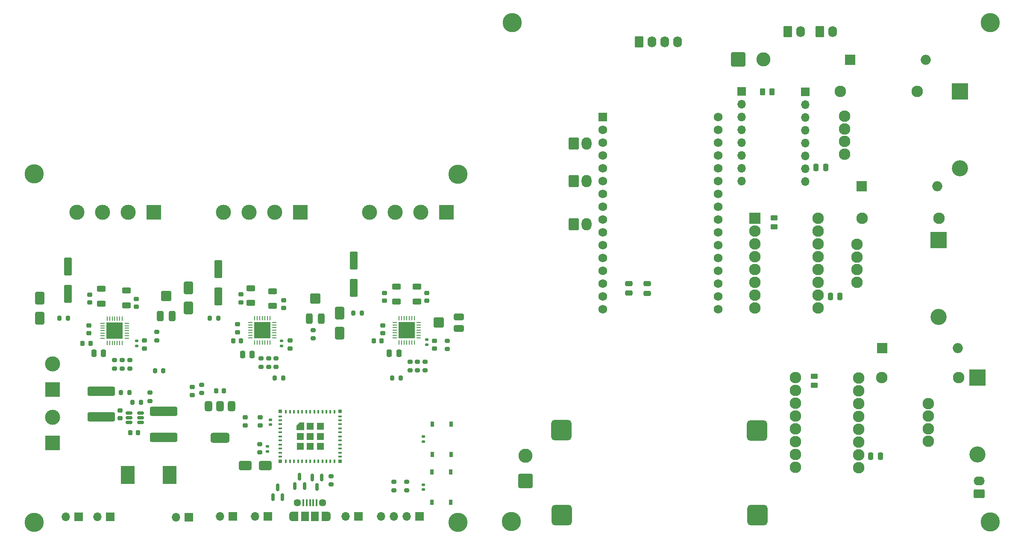
<source format=gbr>
%TF.GenerationSoftware,KiCad,Pcbnew,9.0.0*%
%TF.CreationDate,2025-05-09T16:43:10-07:00*%
%TF.ProjectId,Motor_Controller_Board_v1,4d6f746f-725f-4436-9f6e-74726f6c6c65,v1*%
%TF.SameCoordinates,Original*%
%TF.FileFunction,Soldermask,Top*%
%TF.FilePolarity,Negative*%
%FSLAX46Y46*%
G04 Gerber Fmt 4.6, Leading zero omitted, Abs format (unit mm)*
G04 Created by KiCad (PCBNEW 9.0.0) date 2025-05-09 16:43:10*
%MOMM*%
%LPD*%
G01*
G04 APERTURE LIST*
G04 Aperture macros list*
%AMRoundRect*
0 Rectangle with rounded corners*
0 $1 Rounding radius*
0 $2 $3 $4 $5 $6 $7 $8 $9 X,Y pos of 4 corners*
0 Add a 4 corners polygon primitive as box body*
4,1,4,$2,$3,$4,$5,$6,$7,$8,$9,$2,$3,0*
0 Add four circle primitives for the rounded corners*
1,1,$1+$1,$2,$3*
1,1,$1+$1,$4,$5*
1,1,$1+$1,$6,$7*
1,1,$1+$1,$8,$9*
0 Add four rect primitives between the rounded corners*
20,1,$1+$1,$2,$3,$4,$5,0*
20,1,$1+$1,$4,$5,$6,$7,0*
20,1,$1+$1,$6,$7,$8,$9,0*
20,1,$1+$1,$8,$9,$2,$3,0*%
%AMFreePoly0*
4,1,6,0.725000,-0.725000,-0.725000,-0.725000,-0.725000,0.125000,-0.125000,0.725000,0.725000,0.725000,0.725000,-0.725000,0.725000,-0.725000,$1*%
G04 Aperture macros list end*
%ADD10RoundRect,0.200000X0.200000X0.275000X-0.200000X0.275000X-0.200000X-0.275000X0.200000X-0.275000X0*%
%ADD11RoundRect,0.250000X0.400000X0.750000X-0.400000X0.750000X-0.400000X-0.750000X0.400000X-0.750000X0*%
%ADD12RoundRect,0.250000X0.750000X0.750000X-0.750000X0.750000X-0.750000X-0.750000X0.750000X-0.750000X0*%
%ADD13RoundRect,0.225000X-0.250000X0.225000X-0.250000X-0.225000X0.250000X-0.225000X0.250000X0.225000X0*%
%ADD14RoundRect,0.200000X0.275000X-0.200000X0.275000X0.200000X-0.275000X0.200000X-0.275000X-0.200000X0*%
%ADD15R,3.000000X3.000000*%
%ADD16C,3.000000*%
%ADD17RoundRect,0.250000X-1.000000X-0.650000X1.000000X-0.650000X1.000000X0.650000X-1.000000X0.650000X0*%
%ADD18RoundRect,0.225000X-0.225000X-0.250000X0.225000X-0.250000X0.225000X0.250000X-0.225000X0.250000X0*%
%ADD19RoundRect,0.150000X0.150000X-0.587500X0.150000X0.587500X-0.150000X0.587500X-0.150000X-0.587500X0*%
%ADD20R,0.750000X1.000000*%
%ADD21RoundRect,0.250000X0.550000X-1.500000X0.550000X1.500000X-0.550000X1.500000X-0.550000X-1.500000X0*%
%ADD22RoundRect,0.140000X0.170000X-0.140000X0.170000X0.140000X-0.170000X0.140000X-0.170000X-0.140000X0*%
%ADD23RoundRect,0.250000X-0.750000X0.400000X-0.750000X-0.400000X0.750000X-0.400000X0.750000X0.400000X0*%
%ADD24RoundRect,0.250000X-0.750000X0.750000X-0.750000X-0.750000X0.750000X-0.750000X0.750000X0.750000X0*%
%ADD25RoundRect,0.225000X0.250000X-0.225000X0.250000X0.225000X-0.250000X0.225000X-0.250000X-0.225000X0*%
%ADD26R,1.700000X1.700000*%
%ADD27O,1.700000X1.700000*%
%ADD28RoundRect,0.225000X0.225000X0.250000X-0.225000X0.250000X-0.225000X-0.250000X0.225000X-0.250000X0*%
%ADD29RoundRect,0.250000X0.250000X0.475000X-0.250000X0.475000X-0.250000X-0.475000X0.250000X-0.475000X0*%
%ADD30RoundRect,0.250000X-0.650000X1.000000X-0.650000X-1.000000X0.650000X-1.000000X0.650000X1.000000X0*%
%ADD31RoundRect,0.250000X0.625000X-0.312500X0.625000X0.312500X-0.625000X0.312500X-0.625000X-0.312500X0*%
%ADD32RoundRect,0.200000X-0.200000X-0.275000X0.200000X-0.275000X0.200000X0.275000X-0.200000X0.275000X0*%
%ADD33RoundRect,0.140000X-0.170000X0.140000X-0.170000X-0.140000X0.170000X-0.140000X0.170000X0.140000X0*%
%ADD34RoundRect,0.200000X-0.275000X0.200000X-0.275000X-0.200000X0.275000X-0.200000X0.275000X0.200000X0*%
%ADD35RoundRect,0.250000X2.450000X-0.650000X2.450000X0.650000X-2.450000X0.650000X-2.450000X-0.650000X0*%
%ADD36RoundRect,0.218750X0.256250X-0.218750X0.256250X0.218750X-0.256250X0.218750X-0.256250X-0.218750X0*%
%ADD37RoundRect,0.250000X0.650000X-1.000000X0.650000X1.000000X-0.650000X1.000000X-0.650000X-1.000000X0*%
%ADD38RoundRect,0.062500X-0.387500X-0.062500X0.387500X-0.062500X0.387500X0.062500X-0.387500X0.062500X0*%
%ADD39RoundRect,0.062500X-0.062500X-0.387500X0.062500X-0.387500X0.062500X0.387500X-0.062500X0.387500X0*%
%ADD40R,3.250000X3.250000*%
%ADD41R,2.700000X3.600000*%
%ADD42R,0.400000X1.350000*%
%ADD43O,1.200000X1.900000*%
%ADD44R,1.200000X1.900000*%
%ADD45C,1.450000*%
%ADD46R,1.500000X1.900000*%
%ADD47RoundRect,0.375000X-0.375000X0.625000X-0.375000X-0.625000X0.375000X-0.625000X0.375000X0.625000X0*%
%ADD48RoundRect,0.500000X-1.400000X0.500000X-1.400000X-0.500000X1.400000X-0.500000X1.400000X0.500000X0*%
%ADD49RoundRect,0.150000X0.512500X0.150000X-0.512500X0.150000X-0.512500X-0.150000X0.512500X-0.150000X0*%
%ADD50RoundRect,0.150000X-0.150000X0.587500X-0.150000X-0.587500X0.150000X-0.587500X0.150000X0.587500X0*%
%ADD51R,0.800000X0.400000*%
%ADD52R,0.400000X0.800000*%
%ADD53FreePoly0,0.000000*%
%ADD54R,1.450000X1.450000*%
%ADD55R,0.700000X0.700000*%
%ADD56C,3.800000*%
%ADD57O,2.286000X2.286000*%
%ADD58RoundRect,0.250000X0.845000X-0.620000X0.845000X0.620000X-0.845000X0.620000X-0.845000X-0.620000X0*%
%ADD59O,2.190000X1.740000*%
%ADD60RoundRect,0.250001X-1.149999X-1.149999X1.149999X-1.149999X1.149999X1.149999X-1.149999X1.149999X0*%
%ADD61C,2.800000*%
%ADD62RoundRect,0.250000X-0.620000X-0.845000X0.620000X-0.845000X0.620000X0.845000X-0.620000X0.845000X0*%
%ADD63O,1.740000X2.190000*%
%ADD64R,2.286000X2.286000*%
%ADD65RoundRect,0.250001X1.149999X-1.149999X1.149999X1.149999X-1.149999X1.149999X-1.149999X-1.149999X0*%
%ADD66R,3.200000X3.200000*%
%ADD67O,3.200000X3.200000*%
%ADD68R,2.000000X2.000000*%
%ADD69O,2.000000X2.000000*%
%ADD70RoundRect,0.286494X-0.710506X-0.935506X0.710506X-0.935506X0.710506X0.935506X-0.710506X0.935506X0*%
%ADD71O,1.994000X2.444000*%
%ADD72RoundRect,0.250000X-0.262500X-0.450000X0.262500X-0.450000X0.262500X0.450000X-0.262500X0.450000X0*%
%ADD73RoundRect,0.250000X-0.450000X0.262500X-0.450000X-0.262500X0.450000X-0.262500X0.450000X0.262500X0*%
%ADD74RoundRect,0.600000X-1.400000X-1.400000X1.400000X-1.400000X1.400000X1.400000X-1.400000X1.400000X0*%
%ADD75RoundRect,0.250000X0.475000X-0.250000X0.475000X0.250000X-0.475000X0.250000X-0.475000X-0.250000X0*%
%ADD76RoundRect,0.102000X-0.762000X-0.762000X0.762000X-0.762000X0.762000X0.762000X-0.762000X0.762000X0*%
%ADD77C,1.728000*%
G04 APERTURE END LIST*
D10*
%TO.C,R417*%
X89140000Y-105840000D03*
X87490000Y-105840000D03*
%TD*%
D11*
%TO.C,RV403*%
X109540000Y-105940000D03*
D12*
X108390000Y-101940000D03*
D11*
X107240000Y-105940000D03*
%TD*%
D13*
%TO.C,C414*%
X72940000Y-102040000D03*
X72940000Y-103590000D03*
%TD*%
%TO.C,C203*%
X69740000Y-124115000D03*
X69740000Y-125665000D03*
%TD*%
D14*
%TO.C,R418*%
X99140000Y-115490000D03*
X99140000Y-113840000D03*
%TD*%
D15*
%TO.C,J401*%
X134390000Y-84840000D03*
D16*
X129310000Y-84840000D03*
X124230000Y-84840000D03*
X119150000Y-84840000D03*
%TD*%
D17*
%TO.C,D303*%
X94490000Y-135040000D03*
X98490000Y-135040000D03*
%TD*%
D18*
%TO.C,C205*%
X88715000Y-120290000D03*
X90265000Y-120290000D03*
%TD*%
D11*
%TO.C,RV402*%
X79990000Y-105440000D03*
D12*
X78840000Y-101440000D03*
D11*
X77690000Y-105440000D03*
%TD*%
D19*
%TO.C,D304*%
X99990000Y-141290000D03*
X101890000Y-141290000D03*
X100940000Y-139415000D03*
%TD*%
D20*
%TO.C,SW301*%
X135340000Y-126840000D03*
X135340000Y-132840000D03*
X131590000Y-126840000D03*
X131590000Y-132840000D03*
%TD*%
D21*
%TO.C,C407*%
X116035000Y-99840000D03*
X116035000Y-94440000D03*
%TD*%
D13*
%TO.C,C424*%
X92940000Y-107065000D03*
X92940000Y-108615000D03*
%TD*%
D22*
%TO.C,C409*%
X73040000Y-111320000D03*
X73040000Y-110360000D03*
%TD*%
D23*
%TO.C,RV401*%
X136840000Y-105590000D03*
D24*
X132840000Y-106740000D03*
D23*
X136840000Y-107890000D03*
%TD*%
D25*
%TO.C,C206*%
X94490000Y-127065000D03*
X94490000Y-125515000D03*
%TD*%
D13*
%TO.C,C413*%
X63670000Y-101210000D03*
X63670000Y-102760000D03*
%TD*%
D26*
%TO.C,J202*%
X83340000Y-145290000D03*
D27*
X80800000Y-145290000D03*
%TD*%
D13*
%TO.C,C418*%
X103390000Y-110290000D03*
X103390000Y-111840000D03*
%TD*%
D28*
%TO.C,C403*%
X121520000Y-110340000D03*
X119970000Y-110340000D03*
%TD*%
D21*
%TO.C,C423*%
X89140000Y-101540000D03*
X89140000Y-96140000D03*
%TD*%
D29*
%TO.C,C420*%
X95890000Y-113090000D03*
X93990000Y-113090000D03*
%TD*%
D30*
%TO.C,D401*%
X113190000Y-104815000D03*
X113190000Y-108815000D03*
%TD*%
D31*
%TO.C,R414*%
X65940000Y-102972500D03*
X65940000Y-100047500D03*
%TD*%
D14*
%TO.C,R415*%
X68640000Y-115840000D03*
X68640000Y-114190000D03*
%TD*%
D32*
%TO.C,R419*%
X100390000Y-117740000D03*
X102040000Y-117740000D03*
%TD*%
D14*
%TO.C,R411*%
X70140000Y-115840000D03*
X70140000Y-114190000D03*
%TD*%
D13*
%TO.C,C402*%
X132020000Y-110340000D03*
X132020000Y-111890000D03*
%TD*%
D10*
%TO.C,R402*%
X117595000Y-104840000D03*
X115945000Y-104840000D03*
%TD*%
D14*
%TO.C,R403*%
X128640000Y-116165000D03*
X128640000Y-114515000D03*
%TD*%
D33*
%TO.C,C304*%
X98912000Y-131290000D03*
X98912000Y-132250000D03*
%TD*%
D21*
%TO.C,C415*%
X59340000Y-101040000D03*
X59340000Y-95640000D03*
%TD*%
D34*
%TO.C,R407*%
X76940000Y-108590000D03*
X76940000Y-110240000D03*
%TD*%
%TO.C,R203*%
X75640000Y-120615000D03*
X75640000Y-122265000D03*
%TD*%
D35*
%TO.C,C204*%
X78340000Y-129440000D03*
X78340000Y-124340000D03*
%TD*%
D34*
%TO.C,R412*%
X107940000Y-108190000D03*
X107940000Y-109840000D03*
%TD*%
D26*
%TO.C,J304*%
X99020000Y-145115000D03*
D27*
X96480000Y-145115000D03*
%TD*%
D22*
%TO.C,C401*%
X130520000Y-111070000D03*
X130520000Y-110110000D03*
%TD*%
D26*
%TO.C,J206*%
X67740000Y-145240000D03*
D27*
X65200000Y-145240000D03*
%TD*%
D34*
%TO.C,R201*%
X85840000Y-119050000D03*
X85840000Y-120700000D03*
%TD*%
D36*
%TO.C,D201*%
X83990000Y-121077500D03*
X83990000Y-119502500D03*
%TD*%
D34*
%TO.C,R302*%
X126490000Y-138290000D03*
X126490000Y-139940000D03*
%TD*%
D31*
%TO.C,R421*%
X95640000Y-102840000D03*
X95640000Y-99915000D03*
%TD*%
D26*
%TO.C,J305*%
X92020000Y-145115000D03*
D27*
X89480000Y-145115000D03*
%TD*%
D29*
%TO.C,C412*%
X66420000Y-112840000D03*
X64520000Y-112840000D03*
%TD*%
D26*
%TO.C,J303*%
X116980000Y-145115000D03*
D27*
X114440000Y-145115000D03*
%TD*%
D37*
%TO.C,D402*%
X53740000Y-105840000D03*
X53740000Y-101840000D03*
%TD*%
D32*
%TO.C,R202*%
X69890000Y-120590000D03*
X71540000Y-120590000D03*
%TD*%
D35*
%TO.C,C202*%
X65940000Y-125440000D03*
X65940000Y-120340000D03*
%TD*%
D37*
%TO.C,D403*%
X83270000Y-103840000D03*
X83270000Y-99840000D03*
%TD*%
D31*
%TO.C,R404*%
X128520000Y-102552500D03*
X128520000Y-99627500D03*
%TD*%
D13*
%TO.C,C421*%
X93640000Y-101135000D03*
X93640000Y-102685000D03*
%TD*%
D34*
%TO.C,R401*%
X134540000Y-110315000D03*
X134540000Y-111965000D03*
%TD*%
D38*
%TO.C,U401*%
X124120000Y-106740000D03*
X124120000Y-107240000D03*
X124120000Y-107740000D03*
X124120000Y-108240000D03*
X124120000Y-108740000D03*
X124120000Y-109240000D03*
X124120000Y-109740000D03*
D39*
X125020000Y-110640000D03*
X125520000Y-110640000D03*
X126020000Y-110640000D03*
X126520000Y-110640000D03*
X127020000Y-110640000D03*
X127520000Y-110640000D03*
X128020000Y-110640000D03*
D38*
X128920000Y-109740000D03*
X128920000Y-109240000D03*
X128920000Y-108740000D03*
X128920000Y-108240000D03*
X128920000Y-107740000D03*
X128920000Y-107240000D03*
X128920000Y-106740000D03*
D39*
X128020000Y-105840000D03*
X127520000Y-105840000D03*
X127020000Y-105840000D03*
X126520000Y-105840000D03*
X126020000Y-105840000D03*
X125520000Y-105840000D03*
X125020000Y-105840000D03*
D40*
X126520000Y-108240000D03*
%TD*%
D34*
%TO.C,R303*%
X123980000Y-138290000D03*
X123980000Y-139940000D03*
%TD*%
D26*
%TO.C,J207*%
X61515000Y-145240000D03*
D27*
X58975000Y-145240000D03*
%TD*%
D41*
%TO.C,L201*%
X71190000Y-136890000D03*
X79490000Y-136890000D03*
%TD*%
D28*
%TO.C,C411*%
X63815000Y-110840000D03*
X62265000Y-110840000D03*
%TD*%
D31*
%TO.C,R420*%
X99930000Y-103440000D03*
X99930000Y-100515000D03*
%TD*%
D42*
%TO.C,J302*%
X106040000Y-142415000D03*
X106690000Y-142415000D03*
X107340000Y-142415000D03*
X107990000Y-142415000D03*
X108640000Y-142415000D03*
D43*
X103840000Y-145115000D03*
D44*
X104440000Y-145115000D03*
D45*
X104840000Y-142415000D03*
D46*
X106340000Y-145115000D03*
X108340000Y-145115000D03*
D45*
X109840000Y-142415000D03*
D44*
X110240000Y-145115000D03*
D43*
X110840000Y-145115000D03*
%TD*%
D33*
%TO.C,C301*%
X99500000Y-125985000D03*
X99500000Y-126945000D03*
%TD*%
D15*
%TO.C,J203*%
X56340000Y-119980000D03*
D16*
X56340000Y-114900000D03*
%TD*%
D28*
%TO.C,C419*%
X93690000Y-110340000D03*
X92140000Y-110340000D03*
%TD*%
D29*
%TO.C,C404*%
X124970000Y-112840000D03*
X123070000Y-112840000D03*
%TD*%
D14*
%TO.C,R304*%
X111490000Y-138790000D03*
X111490000Y-137140000D03*
%TD*%
D47*
%TO.C,U202*%
X91790000Y-123290000D03*
X89490000Y-123290000D03*
D48*
X89490000Y-129590000D03*
D47*
X87190000Y-123290000D03*
%TD*%
D18*
%TO.C,C201*%
X71715000Y-128540000D03*
X73265000Y-128540000D03*
%TD*%
D33*
%TO.C,C303*%
X129840000Y-129340000D03*
X129840000Y-130300000D03*
%TD*%
D13*
%TO.C,C405*%
X122070000Y-100835000D03*
X122070000Y-102385000D03*
%TD*%
%TO.C,C416*%
X63520000Y-107290000D03*
X63520000Y-108840000D03*
%TD*%
D33*
%TO.C,C305*%
X129840000Y-138840000D03*
X129840000Y-139800000D03*
%TD*%
D14*
%TO.C,R423*%
X100640000Y-115490000D03*
X100640000Y-113840000D03*
%TD*%
D31*
%TO.C,R413*%
X70940000Y-103277500D03*
X70940000Y-100352500D03*
%TD*%
D13*
%TO.C,C406*%
X130460000Y-100845000D03*
X130460000Y-102395000D03*
%TD*%
D38*
%TO.C,U403*%
X95490000Y-106740000D03*
X95490000Y-107240000D03*
X95490000Y-107740000D03*
X95490000Y-108240000D03*
X95490000Y-108740000D03*
X95490000Y-109240000D03*
X95490000Y-109740000D03*
D39*
X96390000Y-110640000D03*
X96890000Y-110640000D03*
X97390000Y-110640000D03*
X97890000Y-110640000D03*
X98390000Y-110640000D03*
X98890000Y-110640000D03*
X99390000Y-110640000D03*
D38*
X100290000Y-109740000D03*
X100290000Y-109240000D03*
X100290000Y-108740000D03*
X100290000Y-108240000D03*
X100290000Y-107740000D03*
X100290000Y-107240000D03*
X100290000Y-106740000D03*
D39*
X99390000Y-105840000D03*
X98890000Y-105840000D03*
X98390000Y-105840000D03*
X97890000Y-105840000D03*
X97390000Y-105840000D03*
X96890000Y-105840000D03*
X96390000Y-105840000D03*
D40*
X97890000Y-108240000D03*
%TD*%
D10*
%TO.C,R409*%
X125290000Y-117740000D03*
X123640000Y-117740000D03*
%TD*%
D38*
%TO.C,U402*%
X66240000Y-106840000D03*
X66240000Y-107340000D03*
X66240000Y-107840000D03*
X66240000Y-108340000D03*
X66240000Y-108840000D03*
X66240000Y-109340000D03*
X66240000Y-109840000D03*
D39*
X67140000Y-110740000D03*
X67640000Y-110740000D03*
X68140000Y-110740000D03*
X68640000Y-110740000D03*
X69140000Y-110740000D03*
X69640000Y-110740000D03*
X70140000Y-110740000D03*
D38*
X71040000Y-109840000D03*
X71040000Y-109340000D03*
X71040000Y-108840000D03*
X71040000Y-108340000D03*
X71040000Y-107840000D03*
X71040000Y-107340000D03*
X71040000Y-106840000D03*
D39*
X70140000Y-105940000D03*
X69640000Y-105940000D03*
X69140000Y-105940000D03*
X68640000Y-105940000D03*
X68140000Y-105940000D03*
X67640000Y-105940000D03*
X67140000Y-105940000D03*
D40*
X68640000Y-108340000D03*
%TD*%
D13*
%TO.C,C422*%
X102140000Y-102290000D03*
X102140000Y-103840000D03*
%TD*%
D14*
%TO.C,R422*%
X97640000Y-115490000D03*
X97640000Y-113840000D03*
%TD*%
D49*
%TO.C,U201*%
X73765000Y-126540000D03*
X73765000Y-125590000D03*
X73765000Y-124640000D03*
X71490000Y-124640000D03*
X71490000Y-125590000D03*
X71490000Y-126540000D03*
%TD*%
D50*
%TO.C,D302*%
X109690000Y-137415000D03*
X107790000Y-137415000D03*
X108740000Y-139290000D03*
%TD*%
D15*
%TO.C,J402*%
X76380000Y-84840000D03*
D16*
X71300000Y-84840000D03*
X66220000Y-84840000D03*
X61140000Y-84840000D03*
%TD*%
D32*
%TO.C,R424*%
X76615000Y-116240000D03*
X78265000Y-116240000D03*
%TD*%
D51*
%TO.C,U301*%
X101490000Y-125290000D03*
X101490000Y-126090000D03*
X101490000Y-126890000D03*
X101490000Y-127690000D03*
X101490000Y-128490000D03*
X101490000Y-129290000D03*
X101490000Y-130090000D03*
X101490000Y-130890000D03*
X101490000Y-131690000D03*
X101490000Y-132490000D03*
X101490000Y-133290000D03*
D52*
X102590000Y-134190000D03*
X103390000Y-134190000D03*
X104190000Y-134190000D03*
X104990000Y-134190000D03*
X105790000Y-134190000D03*
X106590000Y-134190000D03*
X107390000Y-134190000D03*
X108190000Y-134190000D03*
X108990000Y-134190000D03*
X109790000Y-134190000D03*
X110590000Y-134190000D03*
X111390000Y-134190000D03*
X112190000Y-134190000D03*
D51*
X113290000Y-133290000D03*
X113290000Y-132490000D03*
X113290000Y-131690000D03*
X113290000Y-130890000D03*
X113290000Y-130090000D03*
X113290000Y-129290000D03*
X113290000Y-128490000D03*
X113290000Y-127690000D03*
X113290000Y-126890000D03*
X113290000Y-126090000D03*
X113290000Y-125290000D03*
D52*
X112190000Y-124390000D03*
X111390000Y-124390000D03*
X110590000Y-124390000D03*
X109790000Y-124390000D03*
X108990000Y-124390000D03*
X108190000Y-124390000D03*
X107390000Y-124390000D03*
X106590000Y-124390000D03*
X105790000Y-124390000D03*
X104990000Y-124390000D03*
X104190000Y-124390000D03*
X103390000Y-124390000D03*
X102590000Y-124390000D03*
D53*
X105415000Y-127315000D03*
D54*
X105415000Y-129290000D03*
X105415000Y-131265000D03*
X107390000Y-127315000D03*
X107390000Y-129290000D03*
X107390000Y-131265000D03*
X109365000Y-127315000D03*
X109365000Y-129290000D03*
X109365000Y-131265000D03*
D55*
X113340000Y-124340000D03*
X113340000Y-134240000D03*
X101440000Y-134240000D03*
X101440000Y-124340000D03*
%TD*%
D25*
%TO.C,C302*%
X97490000Y-127065000D03*
X97490000Y-125515000D03*
%TD*%
D32*
%TO.C,R204*%
X72165000Y-122540000D03*
X73815000Y-122540000D03*
%TD*%
D56*
%TO.C,H202*%
X136640000Y-146340000D03*
%TD*%
D14*
%TO.C,R301*%
X97412000Y-132440000D03*
X97412000Y-130790000D03*
%TD*%
%TO.C,R416*%
X71640000Y-115840000D03*
X71640000Y-114190000D03*
%TD*%
D31*
%TO.C,R405*%
X124520000Y-102552500D03*
X124520000Y-99627500D03*
%TD*%
D15*
%TO.C,J201*%
X56340000Y-130540000D03*
D16*
X56340000Y-125460000D03*
%TD*%
D14*
%TO.C,R408*%
X130140000Y-116165000D03*
X130140000Y-114515000D03*
%TD*%
D20*
%TO.C,SW302*%
X135215000Y-136340000D03*
X135215000Y-142340000D03*
X131465000Y-136340000D03*
X131465000Y-142340000D03*
%TD*%
D13*
%TO.C,C410*%
X74520000Y-110290000D03*
X74520000Y-111840000D03*
%TD*%
D22*
%TO.C,C417*%
X101740000Y-111320000D03*
X101740000Y-110360000D03*
%TD*%
D13*
%TO.C,C408*%
X121770000Y-107290000D03*
X121770000Y-108840000D03*
%TD*%
D56*
%TO.C,H201*%
X136640000Y-77340000D03*
%TD*%
%TO.C,H204*%
X52640000Y-77260000D03*
%TD*%
%TO.C,H203*%
X52640000Y-146340000D03*
%TD*%
D14*
%TO.C,R406*%
X127160000Y-116165000D03*
X127160000Y-114515000D03*
%TD*%
D15*
%TO.C,J403*%
X105390000Y-84840000D03*
D16*
X100310000Y-84840000D03*
X95230000Y-84840000D03*
X90150000Y-84840000D03*
%TD*%
D10*
%TO.C,R410*%
X59345000Y-105840000D03*
X57695000Y-105840000D03*
%TD*%
D26*
%TO.C,J301*%
X129060000Y-145115000D03*
D27*
X126520000Y-145115000D03*
X123980000Y-145115000D03*
X121440000Y-145115000D03*
%TD*%
D19*
%TO.C,D301*%
X104340000Y-139165000D03*
X106240000Y-139165000D03*
X105290000Y-137290000D03*
%TD*%
D57*
%TO.C,J26*%
X215762500Y-91237500D03*
X215762500Y-93737500D03*
X215762500Y-96237500D03*
X215762500Y-98737500D03*
%TD*%
D58*
%TO.C,J4*%
X239922500Y-140657500D03*
D59*
X239922500Y-138117500D03*
%TD*%
D60*
%TO.C,J6*%
X192176500Y-54577500D03*
D61*
X197176500Y-54577500D03*
%TD*%
D62*
%TO.C,J2*%
X172582500Y-51105500D03*
D63*
X175122500Y-51105500D03*
X177662500Y-51105500D03*
X180202500Y-51105500D03*
%TD*%
D57*
%TO.C,U1*%
X208032500Y-96187500D03*
X208032500Y-98727500D03*
X208032500Y-93647500D03*
X208032500Y-91107500D03*
X195482500Y-88547500D03*
X195482500Y-91087500D03*
X195482500Y-93627500D03*
X195482500Y-103787500D03*
D64*
X195482500Y-86007500D03*
D57*
X208032500Y-103807500D03*
X208032500Y-88567500D03*
X195482500Y-96167500D03*
X195482500Y-98707500D03*
X195482500Y-101247500D03*
X208032500Y-101267500D03*
X208032500Y-86027500D03*
%TD*%
D65*
%TO.C,J1*%
X150067500Y-138150000D03*
D61*
X150067500Y-133150000D03*
%TD*%
D66*
%TO.C,D3*%
X236122500Y-60867500D03*
D67*
X236122500Y-76107500D03*
%TD*%
D68*
%TO.C,C4*%
X220705750Y-111757500D03*
D69*
X235705750Y-111757500D03*
%TD*%
D68*
%TO.C,C3*%
X216640500Y-79697500D03*
D69*
X231640500Y-79697500D03*
%TD*%
D70*
%TO.C,J15*%
X159572500Y-78717500D03*
D71*
X162112500Y-78717500D03*
%TD*%
D72*
%TO.C,REF\u002A\u002A*%
X197047500Y-61007500D03*
X198872500Y-61007500D03*
%TD*%
D57*
%TO.C,U3*%
X216120500Y-127833500D03*
X216120500Y-130373500D03*
X216120500Y-125293500D03*
X216120500Y-122753500D03*
X203570500Y-120193500D03*
X203570500Y-122733500D03*
X203570500Y-125273500D03*
X203570500Y-135433500D03*
X203570500Y-117653500D03*
X216120500Y-135453500D03*
X216120500Y-120213500D03*
X203570500Y-127813500D03*
X203570500Y-130353500D03*
X203570500Y-132893500D03*
X216120500Y-132913500D03*
X216120500Y-117673500D03*
%TD*%
D70*
%TO.C,J14*%
X159572500Y-71217500D03*
D71*
X162112500Y-71217500D03*
%TD*%
D73*
%TO.C,REF\u002A\u002A*%
X207322500Y-117345000D03*
X207322500Y-119170000D03*
%TD*%
D56*
%TO.C,REF\u002A\u002A*%
X242122500Y-146227500D03*
%TD*%
%TO.C,REF\u002A\u002A*%
X242122500Y-47227500D03*
%TD*%
D66*
%TO.C,D1*%
X239606750Y-117653500D03*
D67*
X239606750Y-132893500D03*
%TD*%
D68*
%TO.C,C2*%
X214358500Y-54661500D03*
D69*
X229358500Y-54661500D03*
%TD*%
D29*
%TO.C,C8*%
X220399750Y-133185500D03*
X218499750Y-133185500D03*
%TD*%
D56*
%TO.C,REF\u002A\u002A*%
X147222500Y-146137500D03*
%TD*%
D62*
%TO.C,J7*%
X208396500Y-49073500D03*
D63*
X210936500Y-49073500D03*
%TD*%
D57*
%TO.C,J10*%
X229880500Y-122771000D03*
X229880500Y-125271000D03*
X229880500Y-127771000D03*
X229880500Y-130271000D03*
%TD*%
D74*
%TO.C,U4*%
X157160000Y-128025000D03*
X157210000Y-144900000D03*
X195960000Y-128100000D03*
X196010000Y-144900000D03*
%TD*%
D56*
%TO.C,REF\u002A\u002A*%
X147432500Y-47237500D03*
%TD*%
D57*
%TO.C,R8*%
X220681750Y-117653500D03*
X235921750Y-117653500D03*
%TD*%
D75*
%TO.C,C1*%
X170562500Y-100897500D03*
X170562500Y-98997500D03*
%TD*%
D76*
%TO.C,U2*%
X165402500Y-66017500D03*
D77*
X165402500Y-68557500D03*
X165402500Y-71097500D03*
X165402500Y-73637500D03*
X165402500Y-76177500D03*
X165402500Y-78717500D03*
X165402500Y-81257500D03*
X165402500Y-83797500D03*
X165402500Y-86337500D03*
X165402500Y-88877500D03*
X165402500Y-91417500D03*
X165402500Y-93957500D03*
X165402500Y-96497500D03*
X165402500Y-99037500D03*
X165402500Y-101577500D03*
X165402500Y-104117500D03*
X188262500Y-66017500D03*
X188262500Y-68557500D03*
X188262500Y-71097500D03*
X188262500Y-73637500D03*
X188262500Y-76177500D03*
X188262500Y-78717500D03*
X188262500Y-81257500D03*
X188262500Y-83797500D03*
X188262500Y-86337500D03*
X188262500Y-88877500D03*
X188262500Y-91417500D03*
X188262500Y-93957500D03*
X188262500Y-96497500D03*
X188262500Y-99037500D03*
X188262500Y-101577500D03*
X188262500Y-104117500D03*
%TD*%
D66*
%TO.C,D2*%
X231932500Y-90367500D03*
D67*
X231932500Y-105607500D03*
%TD*%
D57*
%TO.C,J5*%
X213312500Y-65842500D03*
X213312500Y-68342500D03*
X213312500Y-70842500D03*
X213312500Y-73342500D03*
%TD*%
D62*
%TO.C,J8*%
X202046500Y-49073500D03*
D63*
X204586500Y-49073500D03*
%TD*%
D57*
%TO.C,R10*%
X212417500Y-60892500D03*
X227657500Y-60892500D03*
%TD*%
D29*
%TO.C,C6*%
X209534500Y-75997500D03*
X207634500Y-75997500D03*
%TD*%
D75*
%TO.C,C5*%
X174172500Y-100917500D03*
X174172500Y-99017500D03*
%TD*%
D57*
%TO.C,R9*%
X216722500Y-86017500D03*
X231962500Y-86017500D03*
%TD*%
D70*
%TO.C,J21*%
X159572500Y-87217500D03*
D71*
X162112500Y-87217500D03*
%TD*%
D29*
%TO.C,C7*%
X212390500Y-101541500D03*
X210490500Y-101541500D03*
%TD*%
D73*
%TO.C,REF\u002A\u002A*%
X199322500Y-85945000D03*
X199322500Y-87770000D03*
%TD*%
D27*
%TO.C,U5*%
X205472500Y-71107500D03*
X205472500Y-73647500D03*
X205472500Y-68567500D03*
X205472500Y-66027500D03*
X192922500Y-63467500D03*
X192922500Y-66007500D03*
X192922500Y-68547500D03*
X192922500Y-78707500D03*
D26*
X192922500Y-60927500D03*
D27*
X205472500Y-78727500D03*
X205472500Y-63487500D03*
X192922500Y-71087500D03*
X192922500Y-73627500D03*
X192922500Y-76167500D03*
X205472500Y-76187500D03*
D26*
X205472500Y-60947500D03*
%TD*%
M02*

</source>
